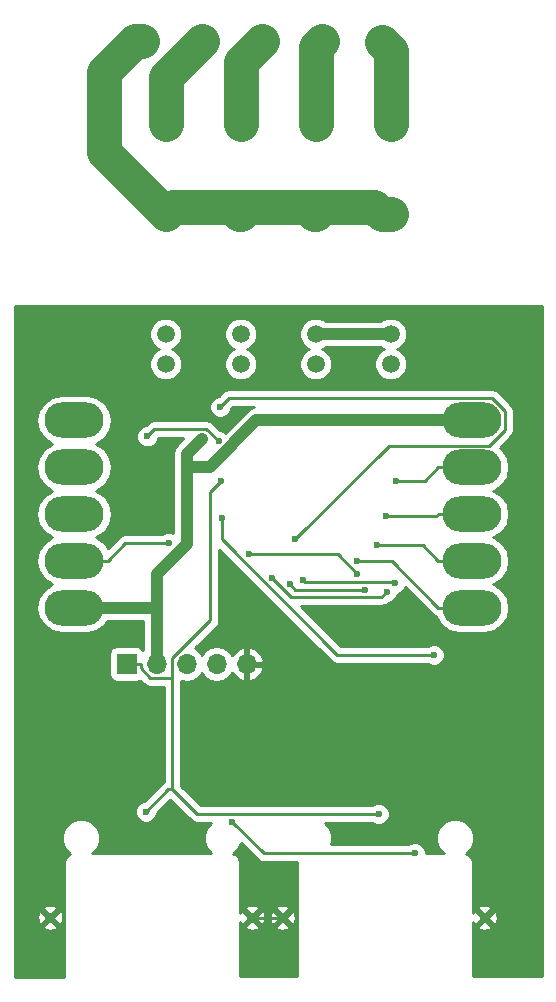
<source format=gbl>
G04 #@! TF.FileFunction,Copper,L2,Bot,Signal*
%FSLAX46Y46*%
G04 Gerber Fmt 4.6, Leading zero omitted, Abs format (unit mm)*
G04 Created by KiCad (PCBNEW 4.0.4-stable) date 06/11/17 19:28:35*
%MOMM*%
%LPD*%
G01*
G04 APERTURE LIST*
%ADD10C,0.100000*%
%ADD11C,0.900000*%
%ADD12O,5.001260X2.999740*%
%ADD13C,2.500000*%
%ADD14R,1.700000X1.700000*%
%ADD15O,1.700000X1.700000*%
%ADD16C,1.500000*%
%ADD17C,2.000000*%
%ADD18C,0.600000*%
%ADD19C,1.000000*%
%ADD20C,0.250000*%
%ADD21C,3.000000*%
%ADD22C,0.254000*%
G04 APERTURE END LIST*
D10*
D11*
X23370000Y5835000D03*
X40470000Y5835000D03*
X3685000Y5835000D03*
X20785000Y5835000D03*
D12*
X5715000Y36045140D03*
X5715000Y40005000D03*
X5715000Y43964860D03*
X5715000Y47924720D03*
X5715000Y32085280D03*
X39370000Y43964860D03*
X39370000Y40005000D03*
X39370000Y36045140D03*
X39370000Y32085280D03*
X39370000Y47924720D03*
D13*
X11430000Y80050000D03*
X16510000Y80050000D03*
X21590000Y80050000D03*
X26670000Y80050000D03*
X31750000Y80010000D03*
D14*
X10160000Y27305000D03*
D15*
X12700000Y27305000D03*
X15240000Y27305000D03*
X17780000Y27305000D03*
X20320000Y27305000D03*
D16*
X13465000Y52705000D03*
X13465000Y55245000D03*
D17*
X13465000Y65405000D03*
X13465000Y73025000D03*
D16*
X19815000Y52705000D03*
X19815000Y55245000D03*
D17*
X19815000Y65405000D03*
X19815000Y73025000D03*
D16*
X26165000Y52705000D03*
X26165000Y55245000D03*
D17*
X26165000Y65405000D03*
X26165000Y73025000D03*
D16*
X32515000Y52705000D03*
X32515000Y55245000D03*
D17*
X32515000Y65405000D03*
X32515000Y73025000D03*
D18*
X15240000Y37465000D03*
X16510000Y46355000D03*
X19105100Y13965300D03*
X34550000Y11264100D03*
X31490000Y14613400D03*
X11805000Y14807300D03*
X18177600Y42792200D03*
X32950000Y42812300D03*
X32150000Y39864200D03*
X31350000Y37374400D03*
X13739700Y37562900D03*
X29679100Y35996900D03*
X20510800Y36580700D03*
X29691200Y34905200D03*
X24431500Y37873200D03*
X18077600Y49062700D03*
X17948800Y46148300D03*
X11906100Y46574000D03*
X23960000Y34037900D03*
X30302800Y33605000D03*
X25091100Y34425600D03*
X32910500Y34166400D03*
X22475200Y34567100D03*
X32176800Y33404700D03*
X36191400Y28060600D03*
X18190500Y39663400D03*
D19*
X32515000Y55245000D02*
X26165000Y55245000D01*
D20*
X20785000Y5835000D02*
X23370000Y5835000D01*
D19*
X5715000Y32085300D02*
X8916000Y32085300D01*
X12700000Y32085300D02*
X8916000Y32085300D01*
X12700000Y34925000D02*
X12700000Y32085300D01*
X15240000Y37465000D02*
X12700000Y34925000D01*
X12700000Y32085300D02*
X12700000Y27305000D01*
X15240000Y45085000D02*
X15240000Y43979300D01*
X16510000Y46355000D02*
X15240000Y45085000D01*
X15240000Y43979300D02*
X15240000Y37465000D01*
X21143200Y47924700D02*
X39370000Y47924700D01*
X17197800Y43979300D02*
X21143200Y47924700D01*
X15240000Y43979300D02*
X17197800Y43979300D01*
D20*
X21806300Y11264100D02*
X19105100Y13965300D01*
X34550000Y11264100D02*
X21806300Y11264100D01*
X10160000Y27305000D02*
X11335300Y27305000D01*
X16122900Y14613400D02*
X14039400Y16696900D01*
X31490000Y14613400D02*
X16122900Y14613400D01*
X13694600Y16696900D02*
X11805000Y14807300D01*
X14039400Y16696900D02*
X13694600Y16696900D01*
X14039500Y26129700D02*
X14039400Y26129700D01*
X14039500Y27821000D02*
X14039500Y26129700D01*
X17233100Y31014600D02*
X14039500Y27821000D01*
X17233100Y41847700D02*
X17233100Y31014600D01*
X18177600Y42792200D02*
X17233100Y41847700D01*
X14039400Y16696900D02*
X14039400Y26129700D01*
X11335300Y26937600D02*
X11335300Y27305000D01*
X12143200Y26129700D02*
X11335300Y26937600D01*
X14039400Y26129700D02*
X12143200Y26129700D01*
X39370000Y43964900D02*
X36544000Y43964900D01*
X35391400Y42812300D02*
X36544000Y43964900D01*
X32950000Y42812300D02*
X35391400Y42812300D01*
X39370000Y40005000D02*
X36544000Y40005000D01*
X36403200Y39864200D02*
X32150000Y39864200D01*
X36544000Y40005000D02*
X36403200Y39864200D01*
X39370000Y36045100D02*
X36544000Y36045100D01*
X35214700Y37374400D02*
X31350000Y37374400D01*
X36544000Y36045100D02*
X35214700Y37374400D01*
X10058800Y37562900D02*
X8541000Y36045100D01*
X13739700Y37562900D02*
X10058800Y37562900D01*
X5715000Y36045100D02*
X8541000Y36045100D01*
X39370000Y32085300D02*
X36544000Y32085300D01*
X32632400Y35996900D02*
X29679100Y35996900D01*
X36544000Y32085300D02*
X32632400Y35996900D01*
X28015700Y36580700D02*
X20510800Y36580700D01*
X29691200Y34905200D02*
X28015700Y36580700D01*
X18801600Y49786700D02*
X18077600Y49062700D01*
X41131600Y49786700D02*
X18801600Y49786700D01*
X42196100Y48722200D02*
X41131600Y49786700D01*
X42196100Y47120200D02*
X42196100Y48722200D01*
X40866100Y45790200D02*
X42196100Y47120200D01*
X32348500Y45790200D02*
X40866100Y45790200D01*
X24431500Y37873200D02*
X32348500Y45790200D01*
X12512500Y47180400D02*
X11906100Y46574000D01*
X16916700Y47180400D02*
X12512500Y47180400D01*
X17948800Y46148300D02*
X16916700Y47180400D01*
X24392900Y33605000D02*
X23960000Y34037900D01*
X30302800Y33605000D02*
X24392900Y33605000D01*
X32797000Y34279900D02*
X32910500Y34166400D01*
X25236800Y34279900D02*
X32797000Y34279900D01*
X25091100Y34425600D02*
X25236800Y34279900D01*
X24080000Y32962300D02*
X22475200Y34567100D01*
X31734400Y32962300D02*
X24080000Y32962300D01*
X32176800Y33404700D02*
X31734400Y32962300D01*
X18190500Y37867200D02*
X18190500Y39663400D01*
X27997100Y28060600D02*
X18190500Y37867200D01*
X36191400Y28060600D02*
X27997100Y28060600D01*
D21*
X25400000Y66040000D02*
X26165000Y65405000D01*
X26035000Y65405000D02*
X25400000Y66040000D01*
X26165000Y65405000D02*
X26035000Y65405000D01*
X19050000Y66040000D02*
X19815000Y65405000D01*
X19685000Y65405000D02*
X19050000Y66040000D01*
X19815000Y65405000D02*
X19685000Y65405000D01*
X14100000Y66040000D02*
X13465000Y65405000D01*
X31115000Y66040000D02*
X14100000Y66040000D01*
X31750000Y65405000D02*
X31115000Y66040000D01*
X32515000Y65405000D02*
X31750000Y65405000D01*
X8255000Y70615000D02*
X13465000Y65405000D01*
X8255000Y77470000D02*
X8255000Y70615000D01*
X10835000Y80050000D02*
X8255000Y77470000D01*
X11430000Y80050000D02*
X10835000Y80050000D01*
X13465000Y77005000D02*
X16510000Y80050000D01*
X13465000Y73025000D02*
X13465000Y77005000D01*
X19815000Y78275000D02*
X21590000Y80050000D01*
X19815000Y73025000D02*
X19815000Y78275000D01*
X26165000Y79545000D02*
X26670000Y80050000D01*
X26165000Y73025000D02*
X26165000Y79545000D01*
X32515000Y79245000D02*
X31750000Y80010000D01*
X32515000Y73025000D02*
X32515000Y79245000D01*
D22*
G36*
X45289400Y849700D02*
X39445000Y849700D01*
X39445000Y5081255D01*
X39895860Y5081255D01*
X39926803Y4871288D01*
X40336948Y4736774D01*
X40767349Y4769454D01*
X41013197Y4871288D01*
X41044140Y5081255D01*
X40470000Y5655395D01*
X39895860Y5081255D01*
X39445000Y5081255D01*
X39445000Y5439765D01*
X39506288Y5291803D01*
X39716255Y5260860D01*
X40290395Y5835000D01*
X40649605Y5835000D01*
X41223745Y5260860D01*
X41433712Y5291803D01*
X41568226Y5701948D01*
X41535546Y6132349D01*
X41433712Y6378197D01*
X41223745Y6409140D01*
X40649605Y5835000D01*
X40290395Y5835000D01*
X39716255Y6409140D01*
X39506288Y6378197D01*
X39445000Y6191325D01*
X39445000Y6588745D01*
X39895860Y6588745D01*
X40470000Y6014605D01*
X41044140Y6588745D01*
X41013197Y6798712D01*
X40603052Y6933226D01*
X40172651Y6900546D01*
X39926803Y6798712D01*
X39895860Y6588745D01*
X39445000Y6588745D01*
X39445000Y10566400D01*
X39390954Y10838105D01*
X39237046Y11068446D01*
X39006705Y11222354D01*
X38874768Y11248598D01*
X39302914Y11675997D01*
X39544724Y12258341D01*
X39545275Y12888893D01*
X39304481Y13471657D01*
X38859003Y13917914D01*
X38276659Y14159724D01*
X37646107Y14160275D01*
X37063343Y13919481D01*
X36617086Y13474003D01*
X36375276Y12891659D01*
X36374725Y12261107D01*
X36615519Y11678343D01*
X37016760Y11276400D01*
X35485011Y11276400D01*
X35485162Y11449267D01*
X35343117Y11793043D01*
X35080327Y12056292D01*
X34736799Y12198938D01*
X34364833Y12199262D01*
X34021057Y12057217D01*
X33987882Y12024100D01*
X27457459Y12024100D01*
X27554724Y12258341D01*
X27555275Y12888893D01*
X27314481Y13471657D01*
X26933404Y13853400D01*
X30927537Y13853400D01*
X30959673Y13821208D01*
X31303201Y13678562D01*
X31675167Y13678238D01*
X32018943Y13820283D01*
X32282192Y14083073D01*
X32424838Y14426601D01*
X32425162Y14798567D01*
X32283117Y15142343D01*
X32020327Y15405592D01*
X31676799Y15548238D01*
X31304833Y15548562D01*
X30961057Y15406517D01*
X30927882Y15373400D01*
X16437702Y15373400D01*
X14799400Y17011702D01*
X14799400Y25878548D01*
X15240000Y25790907D01*
X15808285Y25903946D01*
X16290054Y26225853D01*
X16510000Y26555026D01*
X16729946Y26225853D01*
X17211715Y25903946D01*
X17780000Y25790907D01*
X18348285Y25903946D01*
X18830054Y26225853D01*
X19057702Y26566553D01*
X19124817Y26423642D01*
X19553076Y26033355D01*
X19963110Y25863524D01*
X20193000Y25984845D01*
X20193000Y27178000D01*
X20447000Y27178000D01*
X20447000Y25984845D01*
X20676890Y25863524D01*
X21086924Y26033355D01*
X21515183Y26423642D01*
X21761486Y26948108D01*
X21640819Y27178000D01*
X20447000Y27178000D01*
X20193000Y27178000D01*
X20173000Y27178000D01*
X20173000Y27432000D01*
X20193000Y27432000D01*
X20193000Y28625155D01*
X20447000Y28625155D01*
X20447000Y27432000D01*
X21640819Y27432000D01*
X21761486Y27661892D01*
X21515183Y28186358D01*
X21086924Y28576645D01*
X20676890Y28746476D01*
X20447000Y28625155D01*
X20193000Y28625155D01*
X19963110Y28746476D01*
X19553076Y28576645D01*
X19124817Y28186358D01*
X19057702Y28043447D01*
X18830054Y28384147D01*
X18348285Y28706054D01*
X17780000Y28819093D01*
X17211715Y28706054D01*
X16729946Y28384147D01*
X16510000Y28054974D01*
X16290054Y28384147D01*
X15922824Y28629522D01*
X17770501Y30477199D01*
X17935248Y30723760D01*
X17944846Y30772014D01*
X17993100Y31014600D01*
X17993100Y36989798D01*
X27459699Y27523199D01*
X27706261Y27358452D01*
X27997100Y27300600D01*
X35628937Y27300600D01*
X35661073Y27268408D01*
X36004601Y27125762D01*
X36376567Y27125438D01*
X36720343Y27267483D01*
X36983592Y27530273D01*
X37126238Y27873801D01*
X37126562Y28245767D01*
X36984517Y28589543D01*
X36721727Y28852792D01*
X36378199Y28995438D01*
X36006233Y28995762D01*
X35662457Y28853717D01*
X35629282Y28820600D01*
X28311902Y28820600D01*
X24930202Y32202300D01*
X31734400Y32202300D01*
X32025239Y32260152D01*
X32271801Y32424899D01*
X32316480Y32469578D01*
X32361967Y32469538D01*
X32705743Y32611583D01*
X32968992Y32874373D01*
X33111638Y33217901D01*
X33111655Y33237844D01*
X33439443Y33373283D01*
X33702692Y33636073D01*
X33765989Y33788509D01*
X36006599Y31547899D01*
X36253161Y31383152D01*
X36315049Y31370842D01*
X36335446Y31268301D01*
X36798228Y30575699D01*
X37490830Y30112917D01*
X38307809Y29950410D01*
X40432191Y29950410D01*
X41249170Y30112917D01*
X41941772Y30575699D01*
X42404554Y31268301D01*
X42567061Y32085280D01*
X42404554Y32902259D01*
X41941772Y33594861D01*
X41249170Y34057643D01*
X41211128Y34065210D01*
X41249170Y34072777D01*
X41941772Y34535559D01*
X42404554Y35228161D01*
X42567061Y36045140D01*
X42404554Y36862119D01*
X41941772Y37554721D01*
X41249170Y38017503D01*
X41211128Y38025070D01*
X41249170Y38032637D01*
X41941772Y38495419D01*
X42404554Y39188021D01*
X42567061Y40005000D01*
X42404554Y40821979D01*
X41941772Y41514581D01*
X41249170Y41977363D01*
X41211128Y41984930D01*
X41249170Y41992497D01*
X41941772Y42455279D01*
X42404554Y43147881D01*
X42567061Y43964860D01*
X42404554Y44781839D01*
X41941772Y45474441D01*
X41751967Y45601265D01*
X42733501Y46582799D01*
X42898248Y46829361D01*
X42956100Y47120200D01*
X42956100Y48722200D01*
X42898248Y49013039D01*
X42898248Y49013040D01*
X42733501Y49259601D01*
X41669001Y50324101D01*
X41422439Y50488848D01*
X41131600Y50546700D01*
X18801600Y50546700D01*
X18510761Y50488848D01*
X18264199Y50324101D01*
X17937920Y49997822D01*
X17892433Y49997862D01*
X17548657Y49855817D01*
X17285408Y49593027D01*
X17142762Y49249499D01*
X17142438Y48877533D01*
X17284483Y48533757D01*
X17547273Y48270508D01*
X17890801Y48127862D01*
X18262767Y48127538D01*
X18606543Y48269583D01*
X18869792Y48532373D01*
X19012438Y48875901D01*
X19012479Y48922777D01*
X19116402Y49026700D01*
X20977298Y49026700D01*
X20708854Y48973303D01*
X20340634Y48727266D01*
X18516461Y46903093D01*
X18479127Y46940492D01*
X18135599Y47083138D01*
X18088723Y47083179D01*
X17454101Y47717801D01*
X17207539Y47882548D01*
X16916700Y47940400D01*
X12512500Y47940400D01*
X12221661Y47882548D01*
X11975099Y47717801D01*
X11766420Y47509122D01*
X11720933Y47509162D01*
X11377157Y47367117D01*
X11113908Y47104327D01*
X10971262Y46760799D01*
X10970938Y46388833D01*
X11112983Y46045057D01*
X11375773Y45781808D01*
X11719301Y45639162D01*
X12091267Y45638838D01*
X12435043Y45780883D01*
X12698292Y46043673D01*
X12840938Y46387201D01*
X12840967Y46420400D01*
X14970268Y46420400D01*
X14437434Y45887566D01*
X14191397Y45519346D01*
X14105000Y45085000D01*
X14105000Y38423618D01*
X13926499Y38497738D01*
X13554533Y38498062D01*
X13210757Y38356017D01*
X13177582Y38322900D01*
X10058800Y38322900D01*
X9767960Y38265048D01*
X9521399Y38100301D01*
X8562766Y37141668D01*
X8286772Y37554721D01*
X7594170Y38017503D01*
X7556128Y38025070D01*
X7594170Y38032637D01*
X8286772Y38495419D01*
X8749554Y39188021D01*
X8912061Y40005000D01*
X8749554Y40821979D01*
X8286772Y41514581D01*
X7594170Y41977363D01*
X7556128Y41984930D01*
X7594170Y41992497D01*
X8286772Y42455279D01*
X8749554Y43147881D01*
X8912061Y43964860D01*
X8749554Y44781839D01*
X8286772Y45474441D01*
X7594170Y45937223D01*
X7556128Y45944790D01*
X7594170Y45952357D01*
X8286772Y46415139D01*
X8749554Y47107741D01*
X8912061Y47924720D01*
X8749554Y48741699D01*
X8286772Y49434301D01*
X7594170Y49897083D01*
X6777191Y50059590D01*
X4652809Y50059590D01*
X3835830Y49897083D01*
X3143228Y49434301D01*
X2680446Y48741699D01*
X2517939Y47924720D01*
X2680446Y47107741D01*
X3143228Y46415139D01*
X3835830Y45952357D01*
X3873872Y45944790D01*
X3835830Y45937223D01*
X3143228Y45474441D01*
X2680446Y44781839D01*
X2517939Y43964860D01*
X2680446Y43147881D01*
X3143228Y42455279D01*
X3835830Y41992497D01*
X3873872Y41984930D01*
X3835830Y41977363D01*
X3143228Y41514581D01*
X2680446Y40821979D01*
X2517939Y40005000D01*
X2680446Y39188021D01*
X3143228Y38495419D01*
X3835830Y38032637D01*
X3873872Y38025070D01*
X3835830Y38017503D01*
X3143228Y37554721D01*
X2680446Y36862119D01*
X2517939Y36045140D01*
X2680446Y35228161D01*
X3143228Y34535559D01*
X3835830Y34072777D01*
X3873872Y34065210D01*
X3835830Y34057643D01*
X3143228Y33594861D01*
X2680446Y32902259D01*
X2517939Y32085280D01*
X2680446Y31268301D01*
X3143228Y30575699D01*
X3835830Y30112917D01*
X4652809Y29950410D01*
X6777191Y29950410D01*
X7594170Y30112917D01*
X8286772Y30575699D01*
X8537072Y30950300D01*
X11565000Y30950300D01*
X11565000Y28465163D01*
X11474090Y28606441D01*
X11261890Y28751431D01*
X11010000Y28802440D01*
X9310000Y28802440D01*
X9074683Y28758162D01*
X8858559Y28619090D01*
X8713569Y28406890D01*
X8662560Y28155000D01*
X8662560Y26455000D01*
X8706838Y26219683D01*
X8845910Y26003559D01*
X9058110Y25858569D01*
X9310000Y25807560D01*
X11010000Y25807560D01*
X11245317Y25851838D01*
X11306737Y25891361D01*
X11605799Y25592299D01*
X11852361Y25427552D01*
X12143200Y25369700D01*
X13279400Y25369700D01*
X13279400Y17315953D01*
X13157199Y17234301D01*
X11665320Y15742422D01*
X11619833Y15742462D01*
X11276057Y15600417D01*
X11012808Y15337627D01*
X10870162Y14994099D01*
X10869838Y14622133D01*
X11011883Y14278357D01*
X11274673Y14015108D01*
X11618201Y13872462D01*
X11990167Y13872138D01*
X12333943Y14014183D01*
X12597192Y14276973D01*
X12739838Y14620501D01*
X12739879Y14667377D01*
X13867000Y15794498D01*
X15585499Y14075999D01*
X15832061Y13911252D01*
X16122900Y13853400D01*
X17312146Y13853400D01*
X16932086Y13474003D01*
X16690276Y12891659D01*
X16689725Y12261107D01*
X16930519Y11678343D01*
X17331760Y11276400D01*
X7227618Y11276400D01*
X7627914Y11675997D01*
X7869724Y12258341D01*
X7870275Y12888893D01*
X7629481Y13471657D01*
X7184003Y13917914D01*
X6601659Y14159724D01*
X5971107Y14160275D01*
X5388343Y13919481D01*
X4942086Y13474003D01*
X4700276Y12891659D01*
X4699725Y12261107D01*
X4940519Y11678343D01*
X5384659Y11233426D01*
X5328995Y11222354D01*
X5098654Y11068446D01*
X4944746Y10838105D01*
X4890700Y10566400D01*
X4890700Y837000D01*
X684600Y837000D01*
X684600Y5081255D01*
X3110860Y5081255D01*
X3141803Y4871288D01*
X3551948Y4736774D01*
X3982349Y4769454D01*
X4228197Y4871288D01*
X4259140Y5081255D01*
X3685000Y5655395D01*
X3110860Y5081255D01*
X684600Y5081255D01*
X684600Y5968052D01*
X2586774Y5968052D01*
X2619454Y5537651D01*
X2721288Y5291803D01*
X2931255Y5260860D01*
X3505395Y5835000D01*
X3864605Y5835000D01*
X4438745Y5260860D01*
X4648712Y5291803D01*
X4783226Y5701948D01*
X4750546Y6132349D01*
X4648712Y6378197D01*
X4438745Y6409140D01*
X3864605Y5835000D01*
X3505395Y5835000D01*
X2931255Y6409140D01*
X2721288Y6378197D01*
X2586774Y5968052D01*
X684600Y5968052D01*
X684600Y6588745D01*
X3110860Y6588745D01*
X3685000Y6014605D01*
X4259140Y6588745D01*
X4228197Y6798712D01*
X3818052Y6933226D01*
X3387651Y6900546D01*
X3141803Y6798712D01*
X3110860Y6588745D01*
X684600Y6588745D01*
X684600Y54970715D01*
X12079760Y54970715D01*
X12290169Y54461485D01*
X12679436Y54071539D01*
X12911870Y53975024D01*
X12681485Y53879831D01*
X12291539Y53490564D01*
X12080241Y52981702D01*
X12079760Y52430715D01*
X12290169Y51921485D01*
X12679436Y51531539D01*
X13188298Y51320241D01*
X13739285Y51319760D01*
X14248515Y51530169D01*
X14638461Y51919436D01*
X14849759Y52428298D01*
X14850240Y52979285D01*
X14639831Y53488515D01*
X14250564Y53878461D01*
X14018130Y53974976D01*
X14248515Y54070169D01*
X14638461Y54459436D01*
X14849759Y54968298D01*
X14849761Y54970715D01*
X18429760Y54970715D01*
X18640169Y54461485D01*
X19029436Y54071539D01*
X19261870Y53975024D01*
X19031485Y53879831D01*
X18641539Y53490564D01*
X18430241Y52981702D01*
X18429760Y52430715D01*
X18640169Y51921485D01*
X19029436Y51531539D01*
X19538298Y51320241D01*
X20089285Y51319760D01*
X20598515Y51530169D01*
X20988461Y51919436D01*
X21199759Y52428298D01*
X21200240Y52979285D01*
X20989831Y53488515D01*
X20600564Y53878461D01*
X20368130Y53974976D01*
X20598515Y54070169D01*
X20988461Y54459436D01*
X21199759Y54968298D01*
X21199761Y54970715D01*
X24779760Y54970715D01*
X24990169Y54461485D01*
X25379436Y54071539D01*
X25611870Y53975024D01*
X25381485Y53879831D01*
X24991539Y53490564D01*
X24780241Y52981702D01*
X24779760Y52430715D01*
X24990169Y51921485D01*
X25379436Y51531539D01*
X25888298Y51320241D01*
X26439285Y51319760D01*
X26948515Y51530169D01*
X27338461Y51919436D01*
X27549759Y52428298D01*
X27550240Y52979285D01*
X27339831Y53488515D01*
X26950564Y53878461D01*
X26718130Y53974976D01*
X26948515Y54070169D01*
X26988415Y54110000D01*
X31691042Y54110000D01*
X31729436Y54071539D01*
X31961870Y53975024D01*
X31731485Y53879831D01*
X31341539Y53490564D01*
X31130241Y52981702D01*
X31129760Y52430715D01*
X31340169Y51921485D01*
X31729436Y51531539D01*
X32238298Y51320241D01*
X32789285Y51319760D01*
X33298515Y51530169D01*
X33688461Y51919436D01*
X33899759Y52428298D01*
X33900240Y52979285D01*
X33689831Y53488515D01*
X33300564Y53878461D01*
X33068130Y53974976D01*
X33298515Y54070169D01*
X33688461Y54459436D01*
X33899759Y54968298D01*
X33900240Y55519285D01*
X33689831Y56028515D01*
X33300564Y56418461D01*
X32791702Y56629759D01*
X32240715Y56630240D01*
X31731485Y56419831D01*
X31691585Y56380000D01*
X26988958Y56380000D01*
X26950564Y56418461D01*
X26441702Y56629759D01*
X25890715Y56630240D01*
X25381485Y56419831D01*
X24991539Y56030564D01*
X24780241Y55521702D01*
X24779760Y54970715D01*
X21199761Y54970715D01*
X21200240Y55519285D01*
X20989831Y56028515D01*
X20600564Y56418461D01*
X20091702Y56629759D01*
X19540715Y56630240D01*
X19031485Y56419831D01*
X18641539Y56030564D01*
X18430241Y55521702D01*
X18429760Y54970715D01*
X14849761Y54970715D01*
X14850240Y55519285D01*
X14639831Y56028515D01*
X14250564Y56418461D01*
X13741702Y56629759D01*
X13190715Y56630240D01*
X12681485Y56419831D01*
X12291539Y56030564D01*
X12080241Y55521702D01*
X12079760Y54970715D01*
X684600Y54970715D01*
X684600Y57658000D01*
X45289400Y57658000D01*
X45289400Y849700D01*
X45289400Y849700D01*
G37*
X45289400Y849700D02*
X39445000Y849700D01*
X39445000Y5081255D01*
X39895860Y5081255D01*
X39926803Y4871288D01*
X40336948Y4736774D01*
X40767349Y4769454D01*
X41013197Y4871288D01*
X41044140Y5081255D01*
X40470000Y5655395D01*
X39895860Y5081255D01*
X39445000Y5081255D01*
X39445000Y5439765D01*
X39506288Y5291803D01*
X39716255Y5260860D01*
X40290395Y5835000D01*
X40649605Y5835000D01*
X41223745Y5260860D01*
X41433712Y5291803D01*
X41568226Y5701948D01*
X41535546Y6132349D01*
X41433712Y6378197D01*
X41223745Y6409140D01*
X40649605Y5835000D01*
X40290395Y5835000D01*
X39716255Y6409140D01*
X39506288Y6378197D01*
X39445000Y6191325D01*
X39445000Y6588745D01*
X39895860Y6588745D01*
X40470000Y6014605D01*
X41044140Y6588745D01*
X41013197Y6798712D01*
X40603052Y6933226D01*
X40172651Y6900546D01*
X39926803Y6798712D01*
X39895860Y6588745D01*
X39445000Y6588745D01*
X39445000Y10566400D01*
X39390954Y10838105D01*
X39237046Y11068446D01*
X39006705Y11222354D01*
X38874768Y11248598D01*
X39302914Y11675997D01*
X39544724Y12258341D01*
X39545275Y12888893D01*
X39304481Y13471657D01*
X38859003Y13917914D01*
X38276659Y14159724D01*
X37646107Y14160275D01*
X37063343Y13919481D01*
X36617086Y13474003D01*
X36375276Y12891659D01*
X36374725Y12261107D01*
X36615519Y11678343D01*
X37016760Y11276400D01*
X35485011Y11276400D01*
X35485162Y11449267D01*
X35343117Y11793043D01*
X35080327Y12056292D01*
X34736799Y12198938D01*
X34364833Y12199262D01*
X34021057Y12057217D01*
X33987882Y12024100D01*
X27457459Y12024100D01*
X27554724Y12258341D01*
X27555275Y12888893D01*
X27314481Y13471657D01*
X26933404Y13853400D01*
X30927537Y13853400D01*
X30959673Y13821208D01*
X31303201Y13678562D01*
X31675167Y13678238D01*
X32018943Y13820283D01*
X32282192Y14083073D01*
X32424838Y14426601D01*
X32425162Y14798567D01*
X32283117Y15142343D01*
X32020327Y15405592D01*
X31676799Y15548238D01*
X31304833Y15548562D01*
X30961057Y15406517D01*
X30927882Y15373400D01*
X16437702Y15373400D01*
X14799400Y17011702D01*
X14799400Y25878548D01*
X15240000Y25790907D01*
X15808285Y25903946D01*
X16290054Y26225853D01*
X16510000Y26555026D01*
X16729946Y26225853D01*
X17211715Y25903946D01*
X17780000Y25790907D01*
X18348285Y25903946D01*
X18830054Y26225853D01*
X19057702Y26566553D01*
X19124817Y26423642D01*
X19553076Y26033355D01*
X19963110Y25863524D01*
X20193000Y25984845D01*
X20193000Y27178000D01*
X20447000Y27178000D01*
X20447000Y25984845D01*
X20676890Y25863524D01*
X21086924Y26033355D01*
X21515183Y26423642D01*
X21761486Y26948108D01*
X21640819Y27178000D01*
X20447000Y27178000D01*
X20193000Y27178000D01*
X20173000Y27178000D01*
X20173000Y27432000D01*
X20193000Y27432000D01*
X20193000Y28625155D01*
X20447000Y28625155D01*
X20447000Y27432000D01*
X21640819Y27432000D01*
X21761486Y27661892D01*
X21515183Y28186358D01*
X21086924Y28576645D01*
X20676890Y28746476D01*
X20447000Y28625155D01*
X20193000Y28625155D01*
X19963110Y28746476D01*
X19553076Y28576645D01*
X19124817Y28186358D01*
X19057702Y28043447D01*
X18830054Y28384147D01*
X18348285Y28706054D01*
X17780000Y28819093D01*
X17211715Y28706054D01*
X16729946Y28384147D01*
X16510000Y28054974D01*
X16290054Y28384147D01*
X15922824Y28629522D01*
X17770501Y30477199D01*
X17935248Y30723760D01*
X17944846Y30772014D01*
X17993100Y31014600D01*
X17993100Y36989798D01*
X27459699Y27523199D01*
X27706261Y27358452D01*
X27997100Y27300600D01*
X35628937Y27300600D01*
X35661073Y27268408D01*
X36004601Y27125762D01*
X36376567Y27125438D01*
X36720343Y27267483D01*
X36983592Y27530273D01*
X37126238Y27873801D01*
X37126562Y28245767D01*
X36984517Y28589543D01*
X36721727Y28852792D01*
X36378199Y28995438D01*
X36006233Y28995762D01*
X35662457Y28853717D01*
X35629282Y28820600D01*
X28311902Y28820600D01*
X24930202Y32202300D01*
X31734400Y32202300D01*
X32025239Y32260152D01*
X32271801Y32424899D01*
X32316480Y32469578D01*
X32361967Y32469538D01*
X32705743Y32611583D01*
X32968992Y32874373D01*
X33111638Y33217901D01*
X33111655Y33237844D01*
X33439443Y33373283D01*
X33702692Y33636073D01*
X33765989Y33788509D01*
X36006599Y31547899D01*
X36253161Y31383152D01*
X36315049Y31370842D01*
X36335446Y31268301D01*
X36798228Y30575699D01*
X37490830Y30112917D01*
X38307809Y29950410D01*
X40432191Y29950410D01*
X41249170Y30112917D01*
X41941772Y30575699D01*
X42404554Y31268301D01*
X42567061Y32085280D01*
X42404554Y32902259D01*
X41941772Y33594861D01*
X41249170Y34057643D01*
X41211128Y34065210D01*
X41249170Y34072777D01*
X41941772Y34535559D01*
X42404554Y35228161D01*
X42567061Y36045140D01*
X42404554Y36862119D01*
X41941772Y37554721D01*
X41249170Y38017503D01*
X41211128Y38025070D01*
X41249170Y38032637D01*
X41941772Y38495419D01*
X42404554Y39188021D01*
X42567061Y40005000D01*
X42404554Y40821979D01*
X41941772Y41514581D01*
X41249170Y41977363D01*
X41211128Y41984930D01*
X41249170Y41992497D01*
X41941772Y42455279D01*
X42404554Y43147881D01*
X42567061Y43964860D01*
X42404554Y44781839D01*
X41941772Y45474441D01*
X41751967Y45601265D01*
X42733501Y46582799D01*
X42898248Y46829361D01*
X42956100Y47120200D01*
X42956100Y48722200D01*
X42898248Y49013039D01*
X42898248Y49013040D01*
X42733501Y49259601D01*
X41669001Y50324101D01*
X41422439Y50488848D01*
X41131600Y50546700D01*
X18801600Y50546700D01*
X18510761Y50488848D01*
X18264199Y50324101D01*
X17937920Y49997822D01*
X17892433Y49997862D01*
X17548657Y49855817D01*
X17285408Y49593027D01*
X17142762Y49249499D01*
X17142438Y48877533D01*
X17284483Y48533757D01*
X17547273Y48270508D01*
X17890801Y48127862D01*
X18262767Y48127538D01*
X18606543Y48269583D01*
X18869792Y48532373D01*
X19012438Y48875901D01*
X19012479Y48922777D01*
X19116402Y49026700D01*
X20977298Y49026700D01*
X20708854Y48973303D01*
X20340634Y48727266D01*
X18516461Y46903093D01*
X18479127Y46940492D01*
X18135599Y47083138D01*
X18088723Y47083179D01*
X17454101Y47717801D01*
X17207539Y47882548D01*
X16916700Y47940400D01*
X12512500Y47940400D01*
X12221661Y47882548D01*
X11975099Y47717801D01*
X11766420Y47509122D01*
X11720933Y47509162D01*
X11377157Y47367117D01*
X11113908Y47104327D01*
X10971262Y46760799D01*
X10970938Y46388833D01*
X11112983Y46045057D01*
X11375773Y45781808D01*
X11719301Y45639162D01*
X12091267Y45638838D01*
X12435043Y45780883D01*
X12698292Y46043673D01*
X12840938Y46387201D01*
X12840967Y46420400D01*
X14970268Y46420400D01*
X14437434Y45887566D01*
X14191397Y45519346D01*
X14105000Y45085000D01*
X14105000Y38423618D01*
X13926499Y38497738D01*
X13554533Y38498062D01*
X13210757Y38356017D01*
X13177582Y38322900D01*
X10058800Y38322900D01*
X9767960Y38265048D01*
X9521399Y38100301D01*
X8562766Y37141668D01*
X8286772Y37554721D01*
X7594170Y38017503D01*
X7556128Y38025070D01*
X7594170Y38032637D01*
X8286772Y38495419D01*
X8749554Y39188021D01*
X8912061Y40005000D01*
X8749554Y40821979D01*
X8286772Y41514581D01*
X7594170Y41977363D01*
X7556128Y41984930D01*
X7594170Y41992497D01*
X8286772Y42455279D01*
X8749554Y43147881D01*
X8912061Y43964860D01*
X8749554Y44781839D01*
X8286772Y45474441D01*
X7594170Y45937223D01*
X7556128Y45944790D01*
X7594170Y45952357D01*
X8286772Y46415139D01*
X8749554Y47107741D01*
X8912061Y47924720D01*
X8749554Y48741699D01*
X8286772Y49434301D01*
X7594170Y49897083D01*
X6777191Y50059590D01*
X4652809Y50059590D01*
X3835830Y49897083D01*
X3143228Y49434301D01*
X2680446Y48741699D01*
X2517939Y47924720D01*
X2680446Y47107741D01*
X3143228Y46415139D01*
X3835830Y45952357D01*
X3873872Y45944790D01*
X3835830Y45937223D01*
X3143228Y45474441D01*
X2680446Y44781839D01*
X2517939Y43964860D01*
X2680446Y43147881D01*
X3143228Y42455279D01*
X3835830Y41992497D01*
X3873872Y41984930D01*
X3835830Y41977363D01*
X3143228Y41514581D01*
X2680446Y40821979D01*
X2517939Y40005000D01*
X2680446Y39188021D01*
X3143228Y38495419D01*
X3835830Y38032637D01*
X3873872Y38025070D01*
X3835830Y38017503D01*
X3143228Y37554721D01*
X2680446Y36862119D01*
X2517939Y36045140D01*
X2680446Y35228161D01*
X3143228Y34535559D01*
X3835830Y34072777D01*
X3873872Y34065210D01*
X3835830Y34057643D01*
X3143228Y33594861D01*
X2680446Y32902259D01*
X2517939Y32085280D01*
X2680446Y31268301D01*
X3143228Y30575699D01*
X3835830Y30112917D01*
X4652809Y29950410D01*
X6777191Y29950410D01*
X7594170Y30112917D01*
X8286772Y30575699D01*
X8537072Y30950300D01*
X11565000Y30950300D01*
X11565000Y28465163D01*
X11474090Y28606441D01*
X11261890Y28751431D01*
X11010000Y28802440D01*
X9310000Y28802440D01*
X9074683Y28758162D01*
X8858559Y28619090D01*
X8713569Y28406890D01*
X8662560Y28155000D01*
X8662560Y26455000D01*
X8706838Y26219683D01*
X8845910Y26003559D01*
X9058110Y25858569D01*
X9310000Y25807560D01*
X11010000Y25807560D01*
X11245317Y25851838D01*
X11306737Y25891361D01*
X11605799Y25592299D01*
X11852361Y25427552D01*
X12143200Y25369700D01*
X13279400Y25369700D01*
X13279400Y17315953D01*
X13157199Y17234301D01*
X11665320Y15742422D01*
X11619833Y15742462D01*
X11276057Y15600417D01*
X11012808Y15337627D01*
X10870162Y14994099D01*
X10869838Y14622133D01*
X11011883Y14278357D01*
X11274673Y14015108D01*
X11618201Y13872462D01*
X11990167Y13872138D01*
X12333943Y14014183D01*
X12597192Y14276973D01*
X12739838Y14620501D01*
X12739879Y14667377D01*
X13867000Y15794498D01*
X15585499Y14075999D01*
X15832061Y13911252D01*
X16122900Y13853400D01*
X17312146Y13853400D01*
X16932086Y13474003D01*
X16690276Y12891659D01*
X16689725Y12261107D01*
X16930519Y11678343D01*
X17331760Y11276400D01*
X7227618Y11276400D01*
X7627914Y11675997D01*
X7869724Y12258341D01*
X7870275Y12888893D01*
X7629481Y13471657D01*
X7184003Y13917914D01*
X6601659Y14159724D01*
X5971107Y14160275D01*
X5388343Y13919481D01*
X4942086Y13474003D01*
X4700276Y12891659D01*
X4699725Y12261107D01*
X4940519Y11678343D01*
X5384659Y11233426D01*
X5328995Y11222354D01*
X5098654Y11068446D01*
X4944746Y10838105D01*
X4890700Y10566400D01*
X4890700Y837000D01*
X684600Y837000D01*
X684600Y5081255D01*
X3110860Y5081255D01*
X3141803Y4871288D01*
X3551948Y4736774D01*
X3982349Y4769454D01*
X4228197Y4871288D01*
X4259140Y5081255D01*
X3685000Y5655395D01*
X3110860Y5081255D01*
X684600Y5081255D01*
X684600Y5968052D01*
X2586774Y5968052D01*
X2619454Y5537651D01*
X2721288Y5291803D01*
X2931255Y5260860D01*
X3505395Y5835000D01*
X3864605Y5835000D01*
X4438745Y5260860D01*
X4648712Y5291803D01*
X4783226Y5701948D01*
X4750546Y6132349D01*
X4648712Y6378197D01*
X4438745Y6409140D01*
X3864605Y5835000D01*
X3505395Y5835000D01*
X2931255Y6409140D01*
X2721288Y6378197D01*
X2586774Y5968052D01*
X684600Y5968052D01*
X684600Y6588745D01*
X3110860Y6588745D01*
X3685000Y6014605D01*
X4259140Y6588745D01*
X4228197Y6798712D01*
X3818052Y6933226D01*
X3387651Y6900546D01*
X3141803Y6798712D01*
X3110860Y6588745D01*
X684600Y6588745D01*
X684600Y54970715D01*
X12079760Y54970715D01*
X12290169Y54461485D01*
X12679436Y54071539D01*
X12911870Y53975024D01*
X12681485Y53879831D01*
X12291539Y53490564D01*
X12080241Y52981702D01*
X12079760Y52430715D01*
X12290169Y51921485D01*
X12679436Y51531539D01*
X13188298Y51320241D01*
X13739285Y51319760D01*
X14248515Y51530169D01*
X14638461Y51919436D01*
X14849759Y52428298D01*
X14850240Y52979285D01*
X14639831Y53488515D01*
X14250564Y53878461D01*
X14018130Y53974976D01*
X14248515Y54070169D01*
X14638461Y54459436D01*
X14849759Y54968298D01*
X14849761Y54970715D01*
X18429760Y54970715D01*
X18640169Y54461485D01*
X19029436Y54071539D01*
X19261870Y53975024D01*
X19031485Y53879831D01*
X18641539Y53490564D01*
X18430241Y52981702D01*
X18429760Y52430715D01*
X18640169Y51921485D01*
X19029436Y51531539D01*
X19538298Y51320241D01*
X20089285Y51319760D01*
X20598515Y51530169D01*
X20988461Y51919436D01*
X21199759Y52428298D01*
X21200240Y52979285D01*
X20989831Y53488515D01*
X20600564Y53878461D01*
X20368130Y53974976D01*
X20598515Y54070169D01*
X20988461Y54459436D01*
X21199759Y54968298D01*
X21199761Y54970715D01*
X24779760Y54970715D01*
X24990169Y54461485D01*
X25379436Y54071539D01*
X25611870Y53975024D01*
X25381485Y53879831D01*
X24991539Y53490564D01*
X24780241Y52981702D01*
X24779760Y52430715D01*
X24990169Y51921485D01*
X25379436Y51531539D01*
X25888298Y51320241D01*
X26439285Y51319760D01*
X26948515Y51530169D01*
X27338461Y51919436D01*
X27549759Y52428298D01*
X27550240Y52979285D01*
X27339831Y53488515D01*
X26950564Y53878461D01*
X26718130Y53974976D01*
X26948515Y54070169D01*
X26988415Y54110000D01*
X31691042Y54110000D01*
X31729436Y54071539D01*
X31961870Y53975024D01*
X31731485Y53879831D01*
X31341539Y53490564D01*
X31130241Y52981702D01*
X31129760Y52430715D01*
X31340169Y51921485D01*
X31729436Y51531539D01*
X32238298Y51320241D01*
X32789285Y51319760D01*
X33298515Y51530169D01*
X33688461Y51919436D01*
X33899759Y52428298D01*
X33900240Y52979285D01*
X33689831Y53488515D01*
X33300564Y53878461D01*
X33068130Y53974976D01*
X33298515Y54070169D01*
X33688461Y54459436D01*
X33899759Y54968298D01*
X33900240Y55519285D01*
X33689831Y56028515D01*
X33300564Y56418461D01*
X32791702Y56629759D01*
X32240715Y56630240D01*
X31731485Y56419831D01*
X31691585Y56380000D01*
X26988958Y56380000D01*
X26950564Y56418461D01*
X26441702Y56629759D01*
X25890715Y56630240D01*
X25381485Y56419831D01*
X24991539Y56030564D01*
X24780241Y55521702D01*
X24779760Y54970715D01*
X21199761Y54970715D01*
X21200240Y55519285D01*
X20989831Y56028515D01*
X20600564Y56418461D01*
X20091702Y56629759D01*
X19540715Y56630240D01*
X19031485Y56419831D01*
X18641539Y56030564D01*
X18430241Y55521702D01*
X18429760Y54970715D01*
X14849761Y54970715D01*
X14850240Y55519285D01*
X14639831Y56028515D01*
X14250564Y56418461D01*
X13741702Y56629759D01*
X13190715Y56630240D01*
X12681485Y56419831D01*
X12291539Y56030564D01*
X12080241Y55521702D01*
X12079760Y54970715D01*
X684600Y54970715D01*
X684600Y57658000D01*
X45289400Y57658000D01*
X45289400Y849700D01*
G36*
X21268899Y10726699D02*
X21515461Y10561952D01*
X21806300Y10504100D01*
X24575700Y10504100D01*
X24575700Y849700D01*
X19760000Y849700D01*
X19760000Y5081255D01*
X20210860Y5081255D01*
X20241803Y4871288D01*
X20651948Y4736774D01*
X21082349Y4769454D01*
X21328197Y4871288D01*
X21359140Y5081255D01*
X22795860Y5081255D01*
X22826803Y4871288D01*
X23236948Y4736774D01*
X23667349Y4769454D01*
X23913197Y4871288D01*
X23944140Y5081255D01*
X23370000Y5655395D01*
X22795860Y5081255D01*
X21359140Y5081255D01*
X20785000Y5655395D01*
X20210860Y5081255D01*
X19760000Y5081255D01*
X19760000Y5439765D01*
X19821288Y5291803D01*
X20031255Y5260860D01*
X20605395Y5835000D01*
X20964605Y5835000D01*
X21538745Y5260860D01*
X21748712Y5291803D01*
X21883226Y5701948D01*
X21863021Y5968052D01*
X22271774Y5968052D01*
X22304454Y5537651D01*
X22406288Y5291803D01*
X22616255Y5260860D01*
X23190395Y5835000D01*
X23549605Y5835000D01*
X24123745Y5260860D01*
X24333712Y5291803D01*
X24468226Y5701948D01*
X24435546Y6132349D01*
X24333712Y6378197D01*
X24123745Y6409140D01*
X23549605Y5835000D01*
X23190395Y5835000D01*
X22616255Y6409140D01*
X22406288Y6378197D01*
X22271774Y5968052D01*
X21863021Y5968052D01*
X21850546Y6132349D01*
X21748712Y6378197D01*
X21538745Y6409140D01*
X20964605Y5835000D01*
X20605395Y5835000D01*
X20031255Y6409140D01*
X19821288Y6378197D01*
X19760000Y6191325D01*
X19760000Y6588745D01*
X20210860Y6588745D01*
X20785000Y6014605D01*
X21359140Y6588745D01*
X22795860Y6588745D01*
X23370000Y6014605D01*
X23944140Y6588745D01*
X23913197Y6798712D01*
X23503052Y6933226D01*
X23072651Y6900546D01*
X22826803Y6798712D01*
X22795860Y6588745D01*
X21359140Y6588745D01*
X21328197Y6798712D01*
X20918052Y6933226D01*
X20487651Y6900546D01*
X20241803Y6798712D01*
X20210860Y6588745D01*
X19760000Y6588745D01*
X19760000Y10566400D01*
X19705954Y10838105D01*
X19552046Y11068446D01*
X19321705Y11222354D01*
X19189768Y11248598D01*
X19617914Y11675997D01*
X19823792Y12171806D01*
X21268899Y10726699D01*
X21268899Y10726699D01*
G37*
X21268899Y10726699D02*
X21515461Y10561952D01*
X21806300Y10504100D01*
X24575700Y10504100D01*
X24575700Y849700D01*
X19760000Y849700D01*
X19760000Y5081255D01*
X20210860Y5081255D01*
X20241803Y4871288D01*
X20651948Y4736774D01*
X21082349Y4769454D01*
X21328197Y4871288D01*
X21359140Y5081255D01*
X22795860Y5081255D01*
X22826803Y4871288D01*
X23236948Y4736774D01*
X23667349Y4769454D01*
X23913197Y4871288D01*
X23944140Y5081255D01*
X23370000Y5655395D01*
X22795860Y5081255D01*
X21359140Y5081255D01*
X20785000Y5655395D01*
X20210860Y5081255D01*
X19760000Y5081255D01*
X19760000Y5439765D01*
X19821288Y5291803D01*
X20031255Y5260860D01*
X20605395Y5835000D01*
X20964605Y5835000D01*
X21538745Y5260860D01*
X21748712Y5291803D01*
X21883226Y5701948D01*
X21863021Y5968052D01*
X22271774Y5968052D01*
X22304454Y5537651D01*
X22406288Y5291803D01*
X22616255Y5260860D01*
X23190395Y5835000D01*
X23549605Y5835000D01*
X24123745Y5260860D01*
X24333712Y5291803D01*
X24468226Y5701948D01*
X24435546Y6132349D01*
X24333712Y6378197D01*
X24123745Y6409140D01*
X23549605Y5835000D01*
X23190395Y5835000D01*
X22616255Y6409140D01*
X22406288Y6378197D01*
X22271774Y5968052D01*
X21863021Y5968052D01*
X21850546Y6132349D01*
X21748712Y6378197D01*
X21538745Y6409140D01*
X20964605Y5835000D01*
X20605395Y5835000D01*
X20031255Y6409140D01*
X19821288Y6378197D01*
X19760000Y6191325D01*
X19760000Y6588745D01*
X20210860Y6588745D01*
X20785000Y6014605D01*
X21359140Y6588745D01*
X22795860Y6588745D01*
X23370000Y6014605D01*
X23944140Y6588745D01*
X23913197Y6798712D01*
X23503052Y6933226D01*
X23072651Y6900546D01*
X22826803Y6798712D01*
X22795860Y6588745D01*
X21359140Y6588745D01*
X21328197Y6798712D01*
X20918052Y6933226D01*
X20487651Y6900546D01*
X20241803Y6798712D01*
X20210860Y6588745D01*
X19760000Y6588745D01*
X19760000Y10566400D01*
X19705954Y10838105D01*
X19552046Y11068446D01*
X19321705Y11222354D01*
X19189768Y11248598D01*
X19617914Y11675997D01*
X19823792Y12171806D01*
X21268899Y10726699D01*
M02*

</source>
